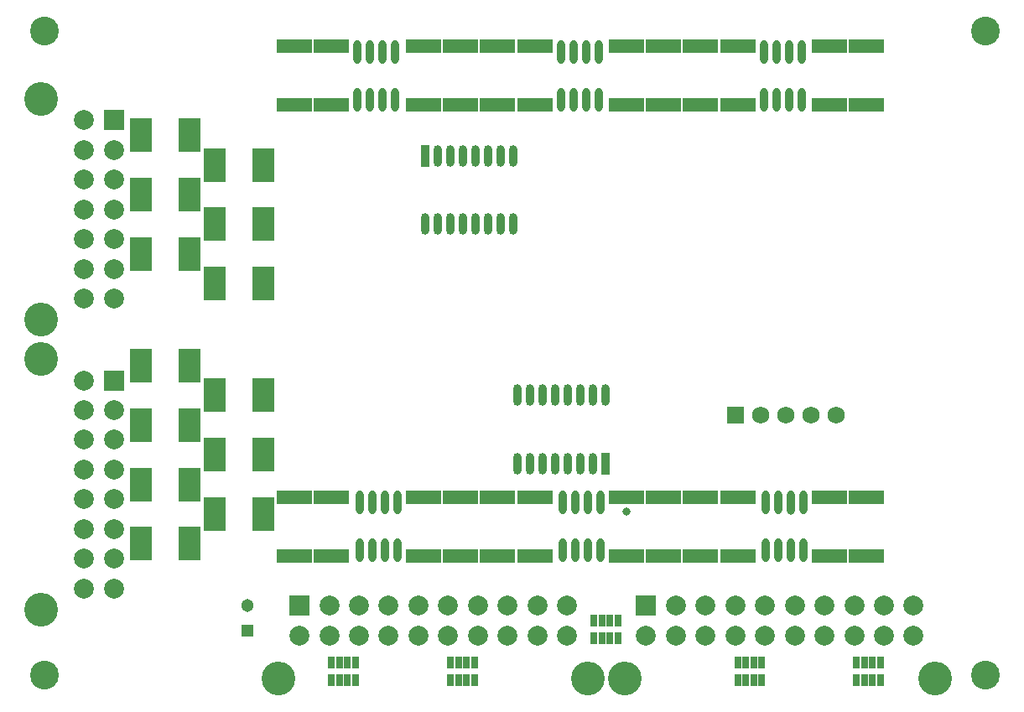
<source format=gbs>
G04*
G04 #@! TF.GenerationSoftware,Altium Limited,Altium Designer,19.1.8 (144)*
G04*
G04 Layer_Color=16711935*
%FSLAX25Y25*%
%MOIN*%
G70*
G01*
G75*
%ADD59R,0.08517X0.13202*%
%ADD77C,0.06800*%
%ADD78R,0.06800X0.06800*%
%ADD79C,0.07887*%
%ADD80R,0.07887X0.07887*%
%ADD81C,0.13398*%
%ADD82R,0.07887X0.07887*%
%ADD83R,0.05131X0.05131*%
%ADD84C,0.05131*%
%ADD85C,0.11430*%
%ADD86C,0.03162*%
%ADD112R,0.14186X0.05721*%
%ADD113R,0.02769X0.05131*%
%ADD114R,0.03280X0.08674*%
%ADD115O,0.03280X0.08674*%
%ADD116O,0.03162X0.09461*%
D59*
X67421Y109252D02*
D03*
X48130D02*
D03*
X77658Y97441D02*
D03*
X96949D02*
D03*
Y188976D02*
D03*
X77658D02*
D03*
X96949Y121063D02*
D03*
X77658D02*
D03*
X96949Y73819D02*
D03*
X77658D02*
D03*
X48327Y200787D02*
D03*
X67618D02*
D03*
X48130Y85630D02*
D03*
X67421D02*
D03*
X77658Y165354D02*
D03*
X96949D02*
D03*
X67520Y224410D02*
D03*
X48228D02*
D03*
X67618Y177165D02*
D03*
X48327D02*
D03*
X67421Y62008D02*
D03*
X48130D02*
D03*
X77658Y212598D02*
D03*
X96949D02*
D03*
X48130Y132874D02*
D03*
X67421D02*
D03*
D77*
X324449Y113189D02*
D03*
X314449D02*
D03*
X304449D02*
D03*
X294449D02*
D03*
D78*
X284449D02*
D03*
D79*
X193898Y25591D02*
D03*
Y37402D02*
D03*
X146653Y25591D02*
D03*
X158465Y37402D02*
D03*
X134843Y25591D02*
D03*
X123031D02*
D03*
X111221D02*
D03*
X182087Y37402D02*
D03*
X146653D02*
D03*
X134843D02*
D03*
X123031D02*
D03*
X158465Y25591D02*
D03*
X182087D02*
D03*
X170276D02*
D03*
Y37402D02*
D03*
X205709D02*
D03*
Y25591D02*
D03*
X217520Y37402D02*
D03*
Y25591D02*
D03*
X331693D02*
D03*
Y37402D02*
D03*
X284449Y25591D02*
D03*
X296260Y37402D02*
D03*
X272638Y25591D02*
D03*
X260827D02*
D03*
X249016D02*
D03*
X319882Y37402D02*
D03*
X284449D02*
D03*
X272638D02*
D03*
X260827D02*
D03*
X296260Y25591D02*
D03*
X319882D02*
D03*
X308071D02*
D03*
Y37402D02*
D03*
X343504D02*
D03*
Y25591D02*
D03*
X355315Y37402D02*
D03*
Y25591D02*
D03*
X25591Y44291D02*
D03*
X37402D02*
D03*
X25591Y91535D02*
D03*
X37402Y79724D02*
D03*
X25591Y103347D02*
D03*
Y115157D02*
D03*
Y126969D02*
D03*
X37402Y56102D02*
D03*
Y91535D02*
D03*
Y103347D02*
D03*
Y115157D02*
D03*
X25591Y79724D02*
D03*
Y56102D02*
D03*
Y67913D02*
D03*
X37402D02*
D03*
Y171260D02*
D03*
X25591D02*
D03*
Y159449D02*
D03*
Y183071D02*
D03*
X37402Y218504D02*
D03*
Y206693D02*
D03*
Y194882D02*
D03*
Y159449D02*
D03*
X25591Y230315D02*
D03*
Y218504D02*
D03*
Y206693D02*
D03*
X37402Y183071D02*
D03*
X25591Y194882D02*
D03*
D80*
X111221Y37402D02*
D03*
X249016D02*
D03*
D81*
X225984Y8583D02*
D03*
X102756D02*
D03*
X363779D02*
D03*
X240551D02*
D03*
X8583Y35827D02*
D03*
Y135433D02*
D03*
Y238779D02*
D03*
Y150984D02*
D03*
D82*
X37402Y126969D02*
D03*
Y230315D02*
D03*
D83*
X90551Y27559D02*
D03*
D84*
Y37402D02*
D03*
D85*
X383858Y265748D02*
D03*
X9843Y9843D02*
D03*
Y265748D02*
D03*
X383858Y9843D02*
D03*
D86*
X296553Y78285D02*
D03*
X241142Y74951D02*
D03*
X225807Y77480D02*
D03*
X306496Y75000D02*
D03*
X270669Y80659D02*
D03*
X189961D02*
D03*
X145098Y78470D02*
D03*
X321850Y236221D02*
D03*
X67421Y85630D02*
D03*
X96949Y97441D02*
D03*
X67421Y109252D02*
D03*
X96949Y117126D02*
D03*
X67618Y132874D02*
D03*
X270669Y236417D02*
D03*
X241142D02*
D03*
X190135D02*
D03*
X96949Y165354D02*
D03*
X67520Y180118D02*
D03*
X96949Y188976D02*
D03*
X67618Y200787D02*
D03*
X139350Y238606D02*
D03*
X67618Y224410D02*
D03*
X300787Y236417D02*
D03*
X255906D02*
D03*
X220059D02*
D03*
X175197D02*
D03*
D112*
X109252D02*
D03*
Y259646D02*
D03*
X189961Y236417D02*
D03*
Y259646D02*
D03*
X124016Y57284D02*
D03*
Y80512D02*
D03*
X321850Y57284D02*
D03*
Y80512D02*
D03*
X109252Y57284D02*
D03*
Y80512D02*
D03*
X336614Y57284D02*
D03*
Y80512D02*
D03*
X175197Y259646D02*
D03*
Y236417D02*
D03*
X160433Y259646D02*
D03*
Y236417D02*
D03*
X270669Y57284D02*
D03*
Y80512D02*
D03*
X160433D02*
D03*
Y57284D02*
D03*
X189961Y80512D02*
D03*
Y57284D02*
D03*
X321850Y236417D02*
D03*
Y259646D02*
D03*
X270669Y236417D02*
D03*
Y259646D02*
D03*
X285433Y236417D02*
D03*
Y259646D02*
D03*
X336614Y236417D02*
D03*
Y259646D02*
D03*
X241142Y57284D02*
D03*
Y80512D02*
D03*
X255906Y259646D02*
D03*
Y236417D02*
D03*
X124016Y259646D02*
D03*
Y236417D02*
D03*
X204724Y259646D02*
D03*
Y236417D02*
D03*
X241142Y259646D02*
D03*
Y236417D02*
D03*
X255906Y57284D02*
D03*
Y80512D02*
D03*
X285433Y57284D02*
D03*
Y80512D02*
D03*
X204724Y57284D02*
D03*
Y80512D02*
D03*
X175197Y57284D02*
D03*
Y80512D02*
D03*
D113*
X332677Y14764D02*
D03*
X335827D02*
D03*
X338976D02*
D03*
X342126D02*
D03*
X332677Y7677D02*
D03*
X335827D02*
D03*
X338976D02*
D03*
X342126D02*
D03*
X285433Y14764D02*
D03*
X288583D02*
D03*
X291732D02*
D03*
X294882D02*
D03*
X285433Y7677D02*
D03*
X288583D02*
D03*
X291732D02*
D03*
X294882D02*
D03*
X228346Y31496D02*
D03*
X231496D02*
D03*
X234646D02*
D03*
X237795D02*
D03*
X228346Y24409D02*
D03*
X231496D02*
D03*
X234646D02*
D03*
X237795D02*
D03*
X171260Y14764D02*
D03*
X174409D02*
D03*
X177559D02*
D03*
X180709D02*
D03*
X171260Y7677D02*
D03*
X174409D02*
D03*
X177559D02*
D03*
X180709D02*
D03*
X124016Y14764D02*
D03*
X127165D02*
D03*
X130315D02*
D03*
X133465D02*
D03*
X124016Y7677D02*
D03*
X127165D02*
D03*
X130315D02*
D03*
X133465D02*
D03*
D114*
X161102Y216142D02*
D03*
X232835Y93898D02*
D03*
D115*
X166102Y216142D02*
D03*
X171102D02*
D03*
X176102D02*
D03*
X181102D02*
D03*
X186102D02*
D03*
X191102D02*
D03*
X196102D02*
D03*
X161102Y188976D02*
D03*
X166102D02*
D03*
X171102D02*
D03*
X176102D02*
D03*
X181102D02*
D03*
X186102D02*
D03*
X191102D02*
D03*
X196102D02*
D03*
X197835Y121063D02*
D03*
X202835D02*
D03*
X207835D02*
D03*
X212835D02*
D03*
X217835D02*
D03*
X222835D02*
D03*
X227835D02*
D03*
X232835D02*
D03*
X197835Y93898D02*
D03*
X202835D02*
D03*
X207835D02*
D03*
X212835D02*
D03*
X217835D02*
D03*
X222835D02*
D03*
X227835D02*
D03*
D116*
X150098Y59425D02*
D03*
X145098D02*
D03*
X140098D02*
D03*
X135098D02*
D03*
X150098Y78323D02*
D03*
X145098D02*
D03*
X140098D02*
D03*
X135098D02*
D03*
X230807Y59425D02*
D03*
X225807D02*
D03*
X220807D02*
D03*
X215807D02*
D03*
X230807Y78323D02*
D03*
X225807D02*
D03*
X220807D02*
D03*
X215807D02*
D03*
X311516Y59425D02*
D03*
X306516D02*
D03*
X301516D02*
D03*
X296516D02*
D03*
X311516Y78323D02*
D03*
X306516D02*
D03*
X301516D02*
D03*
X296516D02*
D03*
X295768Y257504D02*
D03*
X300768D02*
D03*
X305768D02*
D03*
X310768D02*
D03*
X295768Y238606D02*
D03*
X300768D02*
D03*
X305768D02*
D03*
X310768D02*
D03*
X215059Y257504D02*
D03*
X220059D02*
D03*
X225059D02*
D03*
X230059D02*
D03*
X215059Y238606D02*
D03*
X220059D02*
D03*
X225059D02*
D03*
X230059D02*
D03*
X134350Y257504D02*
D03*
X139350D02*
D03*
X144350D02*
D03*
X149350D02*
D03*
X134350Y238606D02*
D03*
X139350D02*
D03*
X144350D02*
D03*
X149350D02*
D03*
M02*

</source>
